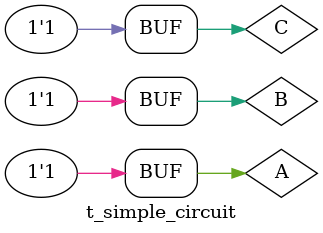
<source format=v>
module simple_circuit (
	output Q,
	input A, B, C
);

	wire w1, w2;

	nand G1 (w1, A, B);
	nor G2 (w2, A, B);
	and G3 (Q, w1, w2, C);

endmodule

module t_simple_circuit;
	reg A, B, C;
	wire Q;

	simple_circuit uut (Q, A, B, C);

	initial
		$monitor("Time=%0t | C=%b, B=%b, A=%b | Output Q=%b", $time, C, B, A, Q);

	initial begin
		{C, B, A} = 3'b000; #10;
		{C, B, A} = 3'b001; #10;
		{C, B, A} = 3'b010; #10;
		{C, B, A} = 3'b011; #10;
		{C, B, A} = 3'b100; #10;
		{C, B, A} = 3'b101; #10;
		{C, B, A} = 3'b110; #10;
		{C, B, A} = 3'b111; #10;
	end

endmodule

</source>
